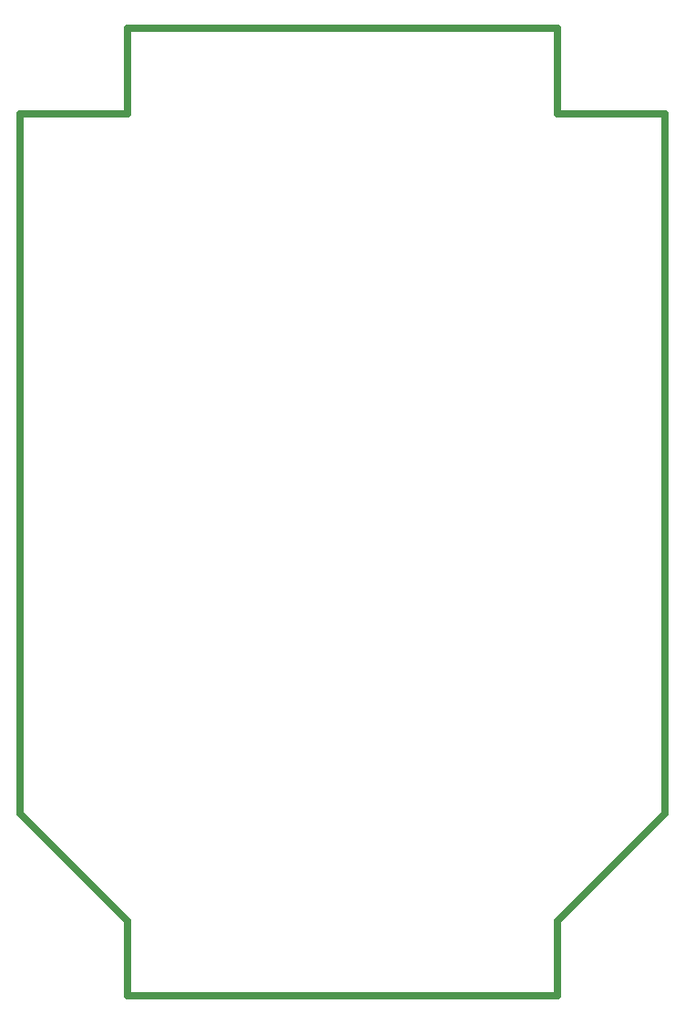
<source format=gbr>
G04 start of page 8 for group 6 idx 6 *
G04 Title: (unknown), outline *
G04 Creator: pcb 20110918 *
G04 CreationDate: Fri 07 Mar 2014 07:56:38 PM GMT UTC *
G04 For: vince *
G04 Format: Gerber/RS-274X *
G04 PCB-Dimensions: 236220 354331 *
G04 PCB-Coordinate-Origin: lower left *
%MOIN*%
%FSLAX25Y25*%
%LNOUTLINE*%
%ADD69C,0.0250*%
G54D69*X197115Y91D02*Y27643D01*
X236475Y67003D01*
X39675Y91D02*Y27643D01*
Y91D02*X197115D01*
X315Y322843D02*X39675D01*
Y354331D01*
X197115D02*Y322843D01*
X236475D01*
X197115Y354331D02*X39675D01*
Y27643D02*X315Y67003D01*
X236475D02*Y322843D01*
X315D02*Y67003D01*
M02*

</source>
